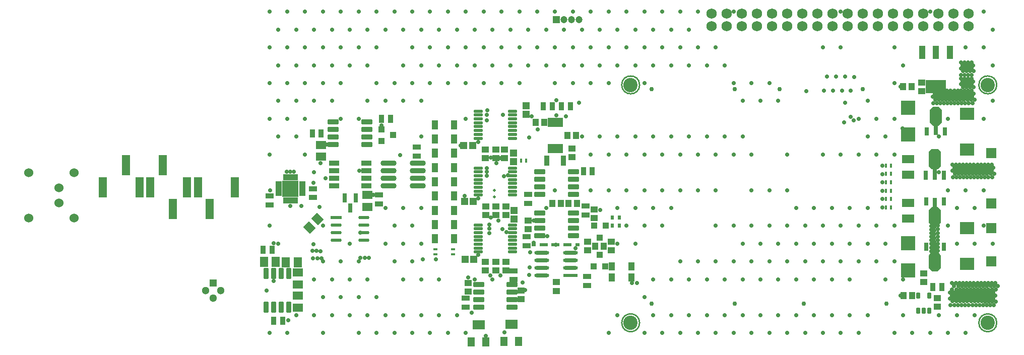
<source format=gbr>
%TF.GenerationSoftware,Altium Limited,Altium Designer,22.2.1 (43)*%
G04 Layer_Color=8388736*
%FSLAX45Y45*%
%MOMM*%
%TF.SameCoordinates,02F1B47A-F79C-4BE6-BEC0-26DF2024C161*%
%TF.FilePolarity,Negative*%
%TF.FileFunction,Soldermask,Top*%
%TF.Part,Single*%
G01*
G75*
%TA.AperFunction,NonConductor*%
%ADD11C,0.25400*%
%TA.AperFunction,SMDPad,CuDef*%
G04:AMPARAMS|DCode=12|XSize=1.5mm|YSize=0.45mm|CornerRadius=0.0495mm|HoleSize=0mm|Usage=FLASHONLY|Rotation=180.000|XOffset=0mm|YOffset=0mm|HoleType=Round|Shape=RoundedRectangle|*
%AMROUNDEDRECTD12*
21,1,1.50000,0.35100,0,0,180.0*
21,1,1.40100,0.45000,0,0,180.0*
1,1,0.09900,-0.70050,0.17550*
1,1,0.09900,0.70050,0.17550*
1,1,0.09900,0.70050,-0.17550*
1,1,0.09900,-0.70050,-0.17550*
%
%ADD12ROUNDEDRECTD12*%
G04:AMPARAMS|DCode=13|XSize=2.46916mm|YSize=0.62213mm|CornerRadius=0.31107mm|HoleSize=0mm|Usage=FLASHONLY|Rotation=180.000|XOffset=0mm|YOffset=0mm|HoleType=Round|Shape=RoundedRectangle|*
%AMROUNDEDRECTD13*
21,1,2.46916,0.00000,0,0,180.0*
21,1,1.84702,0.62213,0,0,180.0*
1,1,0.62213,-0.92351,0.00000*
1,1,0.62213,0.92351,0.00000*
1,1,0.62213,0.92351,0.00000*
1,1,0.62213,-0.92351,0.00000*
%
%ADD13ROUNDEDRECTD13*%
%ADD14R,2.46916X0.62213*%
%ADD15R,1.45000X3.50000*%
%ADD17R,1.30000X1.60000*%
%ADD18R,2.00000X1.60000*%
%ADD19R,0.95000X1.35000*%
%ADD22R,1.35000X0.95000*%
%ADD27R,2.13000X1.42000*%
%ADD31R,2.33000X1.99000*%
%ADD34R,0.35000X0.65000*%
%ADD38R,1.00000X1.50000*%
%ADD46R,0.95000X1.70000*%
%ADD48R,0.65000X0.35000*%
%ADD54R,1.87407X0.54213*%
G04:AMPARAMS|DCode=55|XSize=1.87407mm|YSize=0.54213mm|CornerRadius=0.27107mm|HoleSize=0mm|Usage=FLASHONLY|Rotation=0.000|XOffset=0mm|YOffset=0mm|HoleType=Round|Shape=RoundedRectangle|*
%AMROUNDEDRECTD55*
21,1,1.87407,0.00000,0,0,0.0*
21,1,1.33193,0.54213,0,0,0.0*
1,1,0.54213,0.66597,0.00000*
1,1,0.54213,-0.66597,0.00000*
1,1,0.54213,-0.66597,0.00000*
1,1,0.54213,0.66597,0.00000*
%
%ADD55ROUNDEDRECTD55*%
%TA.AperFunction,ComponentPad*%
%ADD71R,1.30000X1.30000*%
%ADD72C,1.30000*%
%TA.AperFunction,ViaPad*%
%ADD74C,0.50000*%
%TA.AperFunction,SMDPad,CuDef*%
%ADD88R,1.65320X1.40320*%
%TA.AperFunction,ComponentPad*%
%ADD89R,1.20320X1.20320*%
%ADD90C,1.20320*%
%TA.AperFunction,ViaPad*%
%ADD91C,1.72720*%
%TA.AperFunction,ComponentPad*%
%ADD92R,1.70320X1.70320*%
%ADD93C,2.40309*%
%ADD94C,0.75311*%
%ADD95C,1.52400*%
%TA.AperFunction,ViaPad*%
%ADD96C,0.70320*%
%TA.AperFunction,SMDPad,CuDef*%
%ADD101O,2.70320X0.90320*%
%ADD102R,1.25320X1.15320*%
%ADD103R,1.15320X1.25320*%
%ADD104R,1.25320X1.10320*%
%ADD105R,0.70320X1.40320*%
%ADD106R,0.70320X1.80320*%
G04:AMPARAMS|DCode=107|XSize=2.0032mm|YSize=3.2032mm|CornerRadius=0mm|HoleSize=0mm|Usage=FLASHONLY|Rotation=180.000|XOffset=0mm|YOffset=0mm|HoleType=Round|Shape=Octagon|*
%AMOCTAGOND107*
4,1,8,0.50080,-1.60160,-0.50080,-1.60160,-1.00160,-1.10080,-1.00160,1.10080,-0.50080,1.60160,0.50080,1.60160,1.00160,1.10080,1.00160,-1.10080,0.50080,-1.60160,0.0*
%
%ADD107OCTAGOND107*%

%ADD108R,0.80320X1.60320*%
%ADD109R,0.80320X2.00320*%
G04:AMPARAMS|DCode=110|XSize=2.1032mm|YSize=3.4032mm|CornerRadius=0mm|HoleSize=0mm|Usage=FLASHONLY|Rotation=180.000|XOffset=0mm|YOffset=0mm|HoleType=Round|Shape=Octagon|*
%AMOCTAGOND110*
4,1,8,0.52580,-1.70160,-0.52580,-1.70160,-1.05160,-1.17580,-1.05160,1.17580,-0.52580,1.70160,0.52580,1.70160,1.05160,1.17580,1.05160,-1.17580,0.52580,-1.70160,0.0*
%
%ADD110OCTAGOND110*%

G04:AMPARAMS|DCode=111|XSize=0.7532mm|YSize=1.0032mm|CornerRadius=0.1511mm|HoleSize=0mm|Usage=FLASHONLY|Rotation=180.000|XOffset=0mm|YOffset=0mm|HoleType=Round|Shape=RoundedRectangle|*
%AMROUNDEDRECTD111*
21,1,0.75320,0.70100,0,0,180.0*
21,1,0.45100,1.00320,0,0,180.0*
1,1,0.30220,-0.22550,0.35050*
1,1,0.30220,0.22550,0.35050*
1,1,0.30220,0.22550,-0.35050*
1,1,0.30220,-0.22550,-0.35050*
%
%ADD111ROUNDEDRECTD111*%
%ADD112R,2.35320X2.40320*%
G04:AMPARAMS|DCode=113|XSize=0.8532mm|YSize=1.8532mm|CornerRadius=0.15035mm|HoleSize=0mm|Usage=FLASHONLY|Rotation=270.000|XOffset=0mm|YOffset=0mm|HoleType=Round|Shape=RoundedRectangle|*
%AMROUNDEDRECTD113*
21,1,0.85320,1.55250,0,0,270.0*
21,1,0.55250,1.85320,0,0,270.0*
1,1,0.30070,-0.77625,-0.27625*
1,1,0.30070,-0.77625,0.27625*
1,1,0.30070,0.77625,0.27625*
1,1,0.30070,0.77625,-0.27625*
%
%ADD113ROUNDEDRECTD113*%
G04:AMPARAMS|DCode=114|XSize=1.6532mm|YSize=1.4032mm|CornerRadius=0mm|HoleSize=0mm|Usage=FLASHONLY|Rotation=135.000|XOffset=0mm|YOffset=0mm|HoleType=Round|Shape=Rectangle|*
%AMROTATEDRECTD114*
4,1,4,1.08060,-0.08839,0.08839,-1.08060,-1.08060,0.08839,-0.08839,1.08060,1.08060,-0.08839,0.0*
%
%ADD114ROTATEDRECTD114*%

%ADD115R,1.10320X1.25320*%
G04:AMPARAMS|DCode=116|XSize=0.8532mm|YSize=1.8532mm|CornerRadius=0.15035mm|HoleSize=0mm|Usage=FLASHONLY|Rotation=0.000|XOffset=0mm|YOffset=0mm|HoleType=Round|Shape=RoundedRectangle|*
%AMROUNDEDRECTD116*
21,1,0.85320,1.55250,0,0,0.0*
21,1,0.55250,1.85320,0,0,0.0*
1,1,0.30070,0.27625,-0.77625*
1,1,0.30070,-0.27625,-0.77625*
1,1,0.30070,-0.27625,0.77625*
1,1,0.30070,0.27625,0.77625*
%
%ADD116ROUNDEDRECTD116*%
%ADD117R,1.40320X1.65320*%
%ADD118R,0.60320X0.68320*%
%ADD119R,0.68320X0.60320*%
%ADD120R,1.00320X1.10320*%
%ADD121R,1.11320X1.42320*%
%ADD122R,0.50320X1.60320*%
%ADD123R,1.05320X0.50320*%
%ADD124R,0.50320X1.05320*%
%ADD125R,2.80320X2.80320*%
%ADD126R,1.10320X1.00320*%
%ADD127R,1.72820X0.85320*%
%ADD128R,0.80320X1.50320*%
%ADD129R,1.10320X2.30320*%
%ADD130R,3.40320X2.30320*%
D11*
X17720006Y8969985D02*
G03*
X17720006Y8969985I-150012J0D01*
G01*
X17720007Y12969978D02*
G03*
X17720007Y12969978I-150012J0D01*
G01*
X11720018D02*
G03*
X11720018Y12969978I-150012J0D01*
G01*
X11720018Y8969986D02*
G03*
X11720018Y8969986I-150012J0D01*
G01*
D12*
X9007593Y11116961D02*
D03*
Y11181961D02*
D03*
Y11246961D02*
D03*
Y11311961D02*
D03*
Y11376961D02*
D03*
Y11441961D02*
D03*
Y11506961D02*
D03*
Y11571961D02*
D03*
X9587593D02*
D03*
Y11506961D02*
D03*
Y11441961D02*
D03*
Y11376961D02*
D03*
Y11311961D02*
D03*
Y11246961D02*
D03*
Y11181961D02*
D03*
Y11116961D02*
D03*
Y12072818D02*
D03*
Y12137818D02*
D03*
Y12202818D02*
D03*
Y12267818D02*
D03*
Y12332818D02*
D03*
Y12397818D02*
D03*
Y12462818D02*
D03*
Y12527818D02*
D03*
X9007593D02*
D03*
Y12462818D02*
D03*
Y12397818D02*
D03*
Y12332818D02*
D03*
Y12267818D02*
D03*
Y12202818D02*
D03*
Y12137818D02*
D03*
Y12072818D02*
D03*
X9587593Y10161104D02*
D03*
Y10226104D02*
D03*
Y10291104D02*
D03*
Y10356104D02*
D03*
Y10421104D02*
D03*
Y10486104D02*
D03*
Y10551104D02*
D03*
Y10616104D02*
D03*
X9007593D02*
D03*
Y10551104D02*
D03*
Y10486104D02*
D03*
Y10421104D02*
D03*
Y10356104D02*
D03*
Y10291104D02*
D03*
Y10226104D02*
D03*
Y10161104D02*
D03*
D13*
X10077280Y9770000D02*
D03*
Y9897000D02*
D03*
Y10024000D02*
D03*
Y10151000D02*
D03*
X10560000D02*
D03*
Y10024000D02*
D03*
Y9897000D02*
D03*
D14*
Y9770000D02*
D03*
D15*
X3708100Y11620000D02*
D03*
X3088100D02*
D03*
X4498100Y10880000D02*
D03*
X3878100D02*
D03*
X3318100Y11250000D02*
D03*
X2698101D02*
D03*
X4118100D02*
D03*
X3498100D02*
D03*
X4918100Y11250000D02*
D03*
X4298100D02*
D03*
D17*
X8889544Y8650312D02*
D03*
X9139544D02*
D03*
X9438832Y8653151D02*
D03*
X9688832D02*
D03*
D18*
X9014544Y8940312D02*
D03*
X9563832Y8943151D02*
D03*
D19*
X10775000Y11520000D02*
D03*
X10925000D02*
D03*
X10555000Y12610000D02*
D03*
X10405000D02*
D03*
X10255000D02*
D03*
X10105000D02*
D03*
X5545000Y10200000D02*
D03*
X5395000D02*
D03*
X5575000Y9000000D02*
D03*
X5725000D02*
D03*
X16795000Y9571250D02*
D03*
X16645000D02*
D03*
X7385000Y12400000D02*
D03*
X7535000D02*
D03*
X6220000Y12150000D02*
D03*
X6370000D02*
D03*
D22*
X5500000Y10955000D02*
D03*
Y11105000D02*
D03*
X6234908Y11224191D02*
D03*
Y11074191D02*
D03*
X9850000Y10975000D02*
D03*
Y11125000D02*
D03*
X9820000Y10265000D02*
D03*
Y10415000D02*
D03*
X10810000Y10780000D02*
D03*
Y10930000D02*
D03*
X9600000Y9695000D02*
D03*
Y9845000D02*
D03*
X8800000Y9235000D02*
D03*
Y9385000D02*
D03*
X7980000Y11775000D02*
D03*
Y11925000D02*
D03*
X10840000Y9750000D02*
D03*
Y9600000D02*
D03*
X7341642Y10966623D02*
D03*
Y11116623D02*
D03*
D27*
X16231355Y10988582D02*
D03*
Y10718583D02*
D03*
X16230000Y11725000D02*
D03*
Y11455000D02*
D03*
D31*
X17223853Y12480500D02*
D03*
Y11878500D02*
D03*
Y9958123D02*
D03*
Y10560123D02*
D03*
D34*
X15942500Y10910000D02*
D03*
X15857500D02*
D03*
X15942500Y11050000D02*
D03*
X15857500D02*
D03*
X15945000Y11190000D02*
D03*
X15860001D02*
D03*
X15944238Y11331164D02*
D03*
X15859238D02*
D03*
X15944238Y11472366D02*
D03*
X15859238D02*
D03*
X15942500Y11610000D02*
D03*
X15857500D02*
D03*
X9727500Y11700000D02*
D03*
X9812500D02*
D03*
D38*
X8279281Y10860317D02*
D03*
X8599281D02*
D03*
X8279281Y10380317D02*
D03*
X8599281D02*
D03*
X8279281Y10620317D02*
D03*
X8599281D02*
D03*
X8279281Y11100317D02*
D03*
X8599281D02*
D03*
X8279281Y11340317D02*
D03*
X8599281D02*
D03*
X8279281Y11580317D02*
D03*
X8599281D02*
D03*
X8279281Y11820317D02*
D03*
X8599281D02*
D03*
X8279281Y12060317D02*
D03*
X8599281D02*
D03*
X8279281Y12300317D02*
D03*
X8599281D02*
D03*
D46*
X10440000Y11700000D02*
D03*
X10160000D02*
D03*
D48*
X8589280Y10207834D02*
D03*
Y10122834D02*
D03*
X8289281Y10122834D02*
D03*
Y10207834D02*
D03*
D54*
X6623814Y10739736D02*
D03*
D55*
Y10612736D02*
D03*
Y10485736D02*
D03*
Y10358736D02*
D03*
X7087027D02*
D03*
Y10485736D02*
D03*
Y10612736D02*
D03*
Y10739736D02*
D03*
D71*
X4557594Y9639189D02*
D03*
D72*
X4557594Y9385190D02*
D03*
X4684594Y9512190D02*
D03*
X4430594D02*
D03*
D74*
X9280000Y11085000D02*
D03*
Y11195000D02*
D03*
D88*
X5980318Y9424022D02*
D03*
X5980318Y9224022D02*
D03*
X5977473Y9817089D02*
D03*
Y9617089D02*
D03*
X7150000Y11120000D02*
D03*
Y10920000D02*
D03*
X6370000Y11960000D02*
D03*
Y11760000D02*
D03*
D89*
X10323917Y14070567D02*
D03*
D90*
X10450918D02*
D03*
X10577917D02*
D03*
X10704917D02*
D03*
D91*
X12930000Y14170000D02*
D03*
X17249995Y14170000D02*
D03*
X16995877Y14170000D02*
D03*
X16741760D02*
D03*
X16487643D02*
D03*
X16233525D02*
D03*
X15979408D02*
D03*
X15725291D02*
D03*
X15471173D02*
D03*
X15217056D02*
D03*
X14962939D02*
D03*
X14708821D02*
D03*
X14454704D02*
D03*
X14200587D02*
D03*
X13946469D02*
D03*
X13692352D02*
D03*
X13438234D02*
D03*
X13184117D02*
D03*
Y13960001D02*
D03*
X13438234D02*
D03*
X13692352D02*
D03*
X13946469D02*
D03*
X14200587D02*
D03*
X14454704D02*
D03*
X14708821D02*
D03*
X14962939D02*
D03*
X15217056D02*
D03*
X15471173D02*
D03*
X15725291D02*
D03*
X15979408D02*
D03*
X16233525D02*
D03*
X16487643D02*
D03*
X16741760D02*
D03*
X16995877D02*
D03*
X17249995Y13960001D02*
D03*
X12930000Y13960001D02*
D03*
D92*
X17630809Y11819500D02*
D03*
Y10977555D02*
D03*
Y10559001D02*
D03*
Y9999782D02*
D03*
D93*
X17569994Y12969978D02*
D03*
X17569994Y8969985D02*
D03*
X11570006Y8969986D02*
D03*
X11570005Y12969978D02*
D03*
D94*
X11924996Y9294978D02*
D03*
X13315012Y9294979D02*
D03*
X14475005D02*
D03*
X15865019D02*
D03*
X11924997Y12894997D02*
D03*
X13315012Y12894997D02*
D03*
X14075005Y12894997D02*
D03*
X15464993Y12894997D02*
D03*
D95*
X1968100Y11240000D02*
D03*
Y10986000D02*
D03*
X2222100Y11494000D02*
D03*
X1460100D02*
D03*
Y10732000D02*
D03*
X2222100D02*
D03*
D96*
X6701013Y10001012D02*
D03*
X6362559Y10175417D02*
D03*
X6243989Y10293987D02*
D03*
X5850000Y10930000D02*
D03*
X6374582Y10057441D02*
D03*
X6224582Y10177441D02*
D03*
X6399998Y9999997D02*
D03*
X6304583Y10057441D02*
D03*
X6294582Y10177441D02*
D03*
X6234582Y10057441D02*
D03*
X9750000Y9650000D02*
D03*
X9800000Y9520000D02*
D03*
X10749997Y13299995D02*
D03*
Y13899995D02*
D03*
X9509451Y11451740D02*
D03*
X9438466Y11434726D02*
D03*
X10701012Y12668988D02*
D03*
X10320000Y12460000D02*
D03*
X9220000Y11750000D02*
D03*
X9866008Y12083984D02*
D03*
X10599997Y12999995D02*
D03*
X7599998Y10599997D02*
D03*
X6399998D02*
D03*
X6040000Y10930000D02*
D03*
X5850000Y11510000D02*
D03*
X5790000D02*
D03*
X5880000Y11150000D02*
D03*
X6340000Y10920000D02*
D03*
X17499995Y14199995D02*
D03*
X17649995Y13899995D02*
D03*
X17499995Y13599995D02*
D03*
X17649995Y13299995D02*
D03*
Y12699996D02*
D03*
X17499995Y12399996D02*
D03*
Y11199997D02*
D03*
Y10599997D02*
D03*
X17649995Y10299997D02*
D03*
X17199995Y13599995D02*
D03*
Y11199997D02*
D03*
X17349995Y10899997D02*
D03*
Y10299997D02*
D03*
Y9099997D02*
D03*
X17199995Y8799997D02*
D03*
X16899995Y12399996D02*
D03*
Y11199997D02*
D03*
X17049995Y10899997D02*
D03*
X16899995Y10599997D02*
D03*
X17049995Y10299997D02*
D03*
Y9099997D02*
D03*
X16899995Y8799997D02*
D03*
X16599995Y14199995D02*
D03*
X16749995Y12099996D02*
D03*
Y11499997D02*
D03*
Y9099997D02*
D03*
X16599995Y8799997D02*
D03*
X16299995D02*
D03*
X15999995Y13599995D02*
D03*
X16149995Y13299995D02*
D03*
X15999995Y12999995D02*
D03*
Y12399996D02*
D03*
Y11799996D02*
D03*
Y10599997D02*
D03*
Y9999997D02*
D03*
X16149995Y9699997D02*
D03*
Y9099997D02*
D03*
X15999995Y8799997D02*
D03*
X15699995Y12399996D02*
D03*
X15849995Y12099996D02*
D03*
X15699995Y11799996D02*
D03*
Y10599997D02*
D03*
X15849995Y10299997D02*
D03*
X15699995Y9999997D02*
D03*
X15849995Y9699997D02*
D03*
X15549995Y12699996D02*
D03*
X15399995Y12399996D02*
D03*
X15549995Y12099996D02*
D03*
X15399995Y11799996D02*
D03*
X15549995Y10899997D02*
D03*
X15399995Y10599997D02*
D03*
X15549995Y10299997D02*
D03*
X15399995Y9999997D02*
D03*
X15549995Y9099997D02*
D03*
X15399995Y8799997D02*
D03*
X15099995Y14199995D02*
D03*
Y13599995D02*
D03*
Y11799996D02*
D03*
X15249995Y10899997D02*
D03*
X15099995Y10599997D02*
D03*
X15249995Y10299997D02*
D03*
X15099995Y9999997D02*
D03*
X15249995Y9699997D02*
D03*
Y9099997D02*
D03*
X15099995Y8799997D02*
D03*
X14799995Y13599995D02*
D03*
Y11799996D02*
D03*
X14949995Y10899997D02*
D03*
X14799995Y10599997D02*
D03*
X14949995Y10299997D02*
D03*
X14799995Y9999997D02*
D03*
X14949995Y9699997D02*
D03*
Y9099997D02*
D03*
X14799995Y8799997D02*
D03*
X14649995Y10899997D02*
D03*
X14499995Y10599997D02*
D03*
X14649995Y10299997D02*
D03*
X14499995Y9999997D02*
D03*
X14649995Y9699997D02*
D03*
Y9099997D02*
D03*
X14499995Y8799997D02*
D03*
X14199995Y11799996D02*
D03*
Y11199997D02*
D03*
X14349995Y10899997D02*
D03*
X14199995Y10599997D02*
D03*
X14349995Y10299997D02*
D03*
X14199995Y9999997D02*
D03*
X14349995Y9699997D02*
D03*
Y9099997D02*
D03*
X14199995Y8799997D02*
D03*
X13899995Y12999995D02*
D03*
X14049995Y12699996D02*
D03*
X13899995Y11199997D02*
D03*
Y10599997D02*
D03*
X14049995Y10299997D02*
D03*
X13899995Y9999997D02*
D03*
X14049995Y9699997D02*
D03*
Y9099997D02*
D03*
X13899995Y8799997D02*
D03*
X13599995Y12999995D02*
D03*
X13749995Y12699996D02*
D03*
X13599995Y11799996D02*
D03*
Y11199997D02*
D03*
Y10599997D02*
D03*
X13749995Y10299997D02*
D03*
X13599995Y9999997D02*
D03*
X13749995Y9699997D02*
D03*
Y9099997D02*
D03*
X13599995Y8799997D02*
D03*
X13299995Y14199995D02*
D03*
Y12999995D02*
D03*
X13449995Y12699996D02*
D03*
Y12099996D02*
D03*
X13299995Y11799996D02*
D03*
Y10599997D02*
D03*
X13449995Y10299997D02*
D03*
X13299995Y9999997D02*
D03*
X13449995Y9699997D02*
D03*
Y9099997D02*
D03*
X13299995Y8799997D02*
D03*
X12999995Y13599995D02*
D03*
X13149995Y13299995D02*
D03*
Y12099996D02*
D03*
X12999995Y11799996D02*
D03*
Y11199997D02*
D03*
Y10599997D02*
D03*
Y9999997D02*
D03*
X13149995Y9699997D02*
D03*
Y9099997D02*
D03*
X12999995Y8799997D02*
D03*
X12699996Y14199995D02*
D03*
Y13599995D02*
D03*
X12849995Y13299995D02*
D03*
Y12099996D02*
D03*
X12699996Y11799996D02*
D03*
Y11199997D02*
D03*
Y9999997D02*
D03*
X12849995Y9699997D02*
D03*
Y9099997D02*
D03*
X12699996Y8799997D02*
D03*
X12399996Y14199995D02*
D03*
X12549996Y13899995D02*
D03*
X12399996Y13599995D02*
D03*
X12549996Y13299995D02*
D03*
Y12099996D02*
D03*
X12399996Y11799996D02*
D03*
Y11199997D02*
D03*
Y9999997D02*
D03*
X12549996Y9699997D02*
D03*
Y9099997D02*
D03*
X12399996Y8799997D02*
D03*
X12099996Y14199995D02*
D03*
X12249996Y13899995D02*
D03*
X12099996Y13599995D02*
D03*
X12249996Y13299995D02*
D03*
Y12099996D02*
D03*
X12099996Y11799996D02*
D03*
Y11199997D02*
D03*
X12249996Y10899997D02*
D03*
X12099996Y10599997D02*
D03*
X12249996Y9699997D02*
D03*
Y9099997D02*
D03*
X12099996Y8799997D02*
D03*
X11799996Y14199995D02*
D03*
X11949996Y13899995D02*
D03*
X11799996Y13599995D02*
D03*
X11949996Y13299995D02*
D03*
X11799996Y12999995D02*
D03*
X11949996Y12099996D02*
D03*
X11799996Y11799996D02*
D03*
Y11199997D02*
D03*
X11949996Y10899997D02*
D03*
X11799996Y10599997D02*
D03*
X11949996Y9699997D02*
D03*
X11799996Y9399997D02*
D03*
X11949996Y9099997D02*
D03*
X11799996Y8799997D02*
D03*
X11499997Y14199995D02*
D03*
X11649997Y13899995D02*
D03*
X11499997Y13599995D02*
D03*
X11649997Y13299995D02*
D03*
Y12099996D02*
D03*
X11499997Y11799996D02*
D03*
Y11199997D02*
D03*
X11649997Y10899997D02*
D03*
X11499997Y10599997D02*
D03*
X11649997Y10299997D02*
D03*
X11199997Y14199995D02*
D03*
X11349997Y13899995D02*
D03*
X11199997Y13599995D02*
D03*
X11349997Y13299995D02*
D03*
X11199997Y12999995D02*
D03*
X11349997Y12099996D02*
D03*
X11199997Y11799996D02*
D03*
Y11199997D02*
D03*
X11349997Y10899997D02*
D03*
Y10299997D02*
D03*
Y9099997D02*
D03*
X11199997Y8799997D02*
D03*
X10899997Y14199995D02*
D03*
X11049997Y13899995D02*
D03*
X10899997Y13599995D02*
D03*
X11049997Y13299995D02*
D03*
X10899997Y12999995D02*
D03*
X11049997Y12099996D02*
D03*
X10899997Y11799996D02*
D03*
Y11199997D02*
D03*
X10599997Y14199995D02*
D03*
Y13599995D02*
D03*
X10749997Y12099996D02*
D03*
X10299997Y14199995D02*
D03*
X10449997Y13899995D02*
D03*
X10299997Y13599995D02*
D03*
X10449997Y13299995D02*
D03*
X10299997Y12999995D02*
D03*
Y11199997D02*
D03*
X9999997Y14199995D02*
D03*
X10149997Y13899995D02*
D03*
X9999997Y13599995D02*
D03*
X10149997Y13299995D02*
D03*
Y10899997D02*
D03*
X9699997Y14199995D02*
D03*
X9849997Y13899995D02*
D03*
X9699997Y13599995D02*
D03*
X9849997Y13299995D02*
D03*
X9699997Y12999995D02*
D03*
X9399997Y14199995D02*
D03*
X9549997Y13899995D02*
D03*
X9399997Y13599995D02*
D03*
X9549997Y13299995D02*
D03*
X9399997Y12999995D02*
D03*
X9099997Y14199995D02*
D03*
X9249997Y13899995D02*
D03*
X9099997Y13599995D02*
D03*
X9249997Y13299995D02*
D03*
X9099997Y12999995D02*
D03*
X9249997Y9699997D02*
D03*
X8799997Y14199995D02*
D03*
X8949997Y13899995D02*
D03*
X8799997Y13599995D02*
D03*
X8949997Y13299995D02*
D03*
X8799997Y12999995D02*
D03*
Y12399996D02*
D03*
X8949997Y9699997D02*
D03*
X8799997Y8799997D02*
D03*
X8499997Y14199995D02*
D03*
X8649997Y13899995D02*
D03*
X8499997Y13599995D02*
D03*
X8649997Y13299995D02*
D03*
X8499997Y12999995D02*
D03*
X8649997Y9099997D02*
D03*
X8499997Y8799997D02*
D03*
X8199998Y14199995D02*
D03*
X8349998Y13899995D02*
D03*
X8199998Y13599995D02*
D03*
X8349998Y13299995D02*
D03*
X8199998Y12999995D02*
D03*
X8349998Y9699997D02*
D03*
Y9099997D02*
D03*
X8199998Y8799997D02*
D03*
X7899998Y14199995D02*
D03*
X8049998Y13899995D02*
D03*
X7899998Y13599995D02*
D03*
X8049998Y13299995D02*
D03*
X7899998Y12999995D02*
D03*
X8049998Y12699996D02*
D03*
Y12099996D02*
D03*
Y10899997D02*
D03*
X7899998Y10599997D02*
D03*
X8049998Y10299997D02*
D03*
X7899998Y9999997D02*
D03*
X8049998Y9699997D02*
D03*
Y9099997D02*
D03*
X7899998Y8799997D02*
D03*
X7599998Y14199995D02*
D03*
X7749998Y13899995D02*
D03*
Y13299995D02*
D03*
X7599998Y12999995D02*
D03*
X7749998Y12699996D02*
D03*
Y10899997D02*
D03*
Y10299997D02*
D03*
X7599998Y9999997D02*
D03*
X7749998Y9699997D02*
D03*
Y9099997D02*
D03*
X7599998Y8799997D02*
D03*
X7299998Y14199995D02*
D03*
X7449998Y13899995D02*
D03*
X7299998Y13599995D02*
D03*
Y12999995D02*
D03*
X7449998Y12699996D02*
D03*
Y10899997D02*
D03*
Y10299997D02*
D03*
X7299998Y9399997D02*
D03*
X7449998Y9099997D02*
D03*
X7299998Y8799997D02*
D03*
X6999998Y14199995D02*
D03*
X7149998Y13899995D02*
D03*
X6999998Y13599995D02*
D03*
X7149998Y13299995D02*
D03*
Y12699996D02*
D03*
X6999998Y12399996D02*
D03*
Y9999997D02*
D03*
X7149998Y9699997D02*
D03*
X6999998Y9399997D02*
D03*
X7149998Y9099997D02*
D03*
X6999998Y8799997D02*
D03*
X6699998Y14199995D02*
D03*
X6849998Y13899995D02*
D03*
X6699998Y13599995D02*
D03*
X6849998Y13299995D02*
D03*
X6699998Y12999995D02*
D03*
Y12399996D02*
D03*
X6849998Y10299997D02*
D03*
Y9699997D02*
D03*
X6699998Y9399997D02*
D03*
X6849998Y9099997D02*
D03*
X6399998Y14199995D02*
D03*
X6549998Y13899995D02*
D03*
X6399998Y13599995D02*
D03*
X6549998Y13299995D02*
D03*
X6399998Y12999995D02*
D03*
X6549998Y12699996D02*
D03*
Y9699997D02*
D03*
X6399998Y9399997D02*
D03*
X6549998Y9099997D02*
D03*
X6399998Y8799997D02*
D03*
X6099998Y14199995D02*
D03*
X6249998Y13899995D02*
D03*
X6099998Y13599995D02*
D03*
X6249998Y13299995D02*
D03*
X6099998Y12999995D02*
D03*
X6249998Y12699996D02*
D03*
X6099998Y12399996D02*
D03*
Y11799996D02*
D03*
X6249998Y11499997D02*
D03*
Y9699997D02*
D03*
Y9099997D02*
D03*
X5799998Y14199995D02*
D03*
X5949998Y13899995D02*
D03*
X5799998Y13599995D02*
D03*
X5949998Y13299995D02*
D03*
X5799998Y12999995D02*
D03*
X5949998Y12699996D02*
D03*
X5799998Y12399996D02*
D03*
X5949998Y12099996D02*
D03*
Y9099997D02*
D03*
X5799998Y8799997D02*
D03*
X5499998Y14199995D02*
D03*
X5649998Y13899995D02*
D03*
X5499998Y13599995D02*
D03*
X5649998Y13299995D02*
D03*
X5499998Y12999995D02*
D03*
X5649998Y12699996D02*
D03*
X5499998Y12399996D02*
D03*
X5649998Y12099996D02*
D03*
X5499998Y11799996D02*
D03*
Y10599997D02*
D03*
X5649998Y10299997D02*
D03*
X5499998Y8799997D02*
D03*
X10320000Y12710000D02*
D03*
X9152012Y12470012D02*
D03*
X9162505Y12544907D02*
D03*
X7385000Y12292500D02*
D03*
X9195700Y10550000D02*
D03*
Y10478685D02*
D03*
X9479935Y10498000D02*
D03*
X10170000Y10430000D02*
D03*
X5510000Y11200000D02*
D03*
X6240000Y11320000D02*
D03*
X10480000Y12440000D02*
D03*
X5912513Y11510679D02*
D03*
X9384300Y11740000D02*
D03*
X9910000Y12440000D02*
D03*
X9420417Y12462638D02*
D03*
X9310000Y11650000D02*
D03*
X6440000Y11400000D02*
D03*
X7025947Y10486686D02*
D03*
X6360000Y11650000D02*
D03*
X7030000Y10060000D02*
D03*
X7170000D02*
D03*
X7100000D02*
D03*
X7695700Y11790000D02*
D03*
X14870000Y13110001D02*
D03*
X15325700Y13104300D02*
D03*
X15267654Y12872346D02*
D03*
X15152315Y12337685D02*
D03*
X11590000Y9640000D02*
D03*
X11680000D02*
D03*
X15800000Y10910000D02*
D03*
Y11050000D02*
D03*
Y11190000D02*
D03*
X8900000Y9140000D02*
D03*
X8779122Y11106636D02*
D03*
X8710000Y11950000D02*
D03*
X9010000Y10109371D02*
D03*
X9220000Y10740000D02*
D03*
X8300000Y10040000D02*
D03*
X8080000Y10040000D02*
D03*
X7010000Y11530000D02*
D03*
X5450000Y9510000D02*
D03*
X5574905Y9669434D02*
D03*
X9450000Y8808000D02*
D03*
X9140000Y8750000D02*
D03*
X5814237Y9014237D02*
D03*
X9380000Y9770000D02*
D03*
X9210000D02*
D03*
X9350000Y10690000D02*
D03*
X8840000Y9730000D02*
D03*
X9940000Y10690000D02*
D03*
X16139999Y12240000D02*
D03*
X16100000Y12939999D02*
D03*
Y9430000D02*
D03*
X11060000Y10870000D02*
D03*
X10310000Y10280000D02*
D03*
X9940000Y10320000D02*
D03*
X16150000Y10390000D02*
D03*
Y10330000D02*
D03*
Y10270000D02*
D03*
X5570000Y10307500D02*
D03*
X15800000Y11330000D02*
D03*
Y11470000D02*
D03*
Y11610000D02*
D03*
X6470000Y11970000D02*
D03*
X7250000Y11120000D02*
D03*
X16730000Y10110000D02*
D03*
Y10180000D02*
D03*
Y10240000D02*
D03*
Y10300000D02*
D03*
X16730305Y10360801D02*
D03*
Y10420801D02*
D03*
Y10480801D02*
D03*
Y10540801D02*
D03*
Y10600801D02*
D03*
X16669843Y10635888D02*
D03*
Y10575888D02*
D03*
Y10515888D02*
D03*
Y10455888D02*
D03*
Y10395888D02*
D03*
X16669537Y10335087D02*
D03*
Y10275087D02*
D03*
Y10215087D02*
D03*
Y10145087D02*
D03*
X16619843Y10595888D02*
D03*
Y10535888D02*
D03*
Y10475888D02*
D03*
Y10415888D02*
D03*
Y10355888D02*
D03*
X16619537Y10295087D02*
D03*
Y10235087D02*
D03*
Y10175087D02*
D03*
Y10105087D02*
D03*
X16620511Y10655954D02*
D03*
Y10715954D02*
D03*
Y10775954D02*
D03*
Y10835954D02*
D03*
X16670511Y10695954D02*
D03*
Y10755954D02*
D03*
Y10815954D02*
D03*
Y10875954D02*
D03*
X16730974Y10840867D02*
D03*
Y10780867D02*
D03*
Y10720867D02*
D03*
Y10660867D02*
D03*
X16970000Y9530000D02*
D03*
X17039999D02*
D03*
X17100000D02*
D03*
X17160001D02*
D03*
X17220801Y9529695D02*
D03*
X17280801D02*
D03*
X17340800D02*
D03*
X17400801D02*
D03*
X17460802D02*
D03*
X17495888Y9590157D02*
D03*
X17435889D02*
D03*
X17375888D02*
D03*
X17315887D02*
D03*
X17255888D02*
D03*
X17195087Y9590463D02*
D03*
X17135088D02*
D03*
X17075087D02*
D03*
X17005087D02*
D03*
X17455888Y9640157D02*
D03*
X17395888D02*
D03*
X17335889D02*
D03*
X17275888D02*
D03*
X17215887D02*
D03*
X17155087Y9640463D02*
D03*
X17095087D02*
D03*
X17035088D02*
D03*
X16965086D02*
D03*
X17515955Y9639489D02*
D03*
X17575954D02*
D03*
X17635954D02*
D03*
X17695953D02*
D03*
X17555954Y9589489D02*
D03*
X17615955D02*
D03*
X17675954D02*
D03*
X17735954D02*
D03*
X17700867Y9529026D02*
D03*
X17640868D02*
D03*
X17580867D02*
D03*
X17520866D02*
D03*
X16650867Y12659026D02*
D03*
X16710867D02*
D03*
X16770866D02*
D03*
X16830867D02*
D03*
X16865955Y12719489D02*
D03*
X16805954D02*
D03*
X16745953D02*
D03*
X16685954D02*
D03*
X16825954Y12769489D02*
D03*
X16765955D02*
D03*
X16705954D02*
D03*
X16645953D02*
D03*
X16855954Y12819489D02*
D03*
X16795953D02*
D03*
X16735954D02*
D03*
X16675954D02*
D03*
X16825954Y12869489D02*
D03*
X16765955D02*
D03*
X16705954D02*
D03*
X16645953D02*
D03*
X16890868Y12659026D02*
D03*
X16950867D02*
D03*
X17010867D02*
D03*
X17070866D02*
D03*
X17105954Y12719489D02*
D03*
X17045953D02*
D03*
X16985954D02*
D03*
X16925954D02*
D03*
X17065955Y12769489D02*
D03*
X17005954D02*
D03*
X16945953D02*
D03*
X16885954D02*
D03*
X17095953Y12819489D02*
D03*
X17035954D02*
D03*
X16975954D02*
D03*
X16915955D02*
D03*
X17065955Y12869489D02*
D03*
X17005954D02*
D03*
X16945953D02*
D03*
X16885954D02*
D03*
X17130867Y12659026D02*
D03*
X17190868D02*
D03*
X17250867D02*
D03*
X17310867D02*
D03*
X17345953Y12719489D02*
D03*
X17285954D02*
D03*
X17225954D02*
D03*
X17165955D02*
D03*
X17305954Y12769489D02*
D03*
X17245953D02*
D03*
X17185954D02*
D03*
X17125954D02*
D03*
X17335954Y12819489D02*
D03*
X17275954D02*
D03*
X17215955D02*
D03*
X17155954D02*
D03*
X17120866Y12869026D02*
D03*
X17180867D02*
D03*
X17240868D02*
D03*
X17300867D02*
D03*
X17335954Y12929489D02*
D03*
X17275954D02*
D03*
X17215955D02*
D03*
X17155954D02*
D03*
X17295953Y12979489D02*
D03*
X17235954D02*
D03*
X17175954D02*
D03*
X17115955D02*
D03*
X17325954Y13029489D02*
D03*
X17265955D02*
D03*
X17205954D02*
D03*
X17145953D02*
D03*
X17295953Y13079489D02*
D03*
X17235954D02*
D03*
X17175954D02*
D03*
X17115955D02*
D03*
X17120866Y13139026D02*
D03*
X17180867D02*
D03*
X17240868D02*
D03*
X17300867D02*
D03*
X17335954Y13199489D02*
D03*
X17275954D02*
D03*
X17215955D02*
D03*
X17155954D02*
D03*
X17295953Y13249489D02*
D03*
X17235954D02*
D03*
X17175954D02*
D03*
X17115955D02*
D03*
X17325954Y13299489D02*
D03*
X17265955D02*
D03*
X17205954D02*
D03*
X17145953D02*
D03*
X17295953Y13349489D02*
D03*
X17235954D02*
D03*
X17175954D02*
D03*
X17115955D02*
D03*
X17460867Y11419026D02*
D03*
X17520866D02*
D03*
X17580867D02*
D03*
X17640868D02*
D03*
X17675954Y11479489D02*
D03*
X17615955D02*
D03*
X17555954D02*
D03*
X17495953D02*
D03*
X17635954Y11529489D02*
D03*
X17575954D02*
D03*
X17515955D02*
D03*
X17455954D02*
D03*
X17665955Y11579489D02*
D03*
X17605954D02*
D03*
X17545953D02*
D03*
X17485954D02*
D03*
X17635954Y11629489D02*
D03*
X17575954D02*
D03*
X17515955D02*
D03*
X17455954D02*
D03*
X17220866Y11419026D02*
D03*
X17280867D02*
D03*
X17340868D02*
D03*
X17400867D02*
D03*
X17435954Y11479489D02*
D03*
X17375954D02*
D03*
X17315955D02*
D03*
X17255954D02*
D03*
X17395953Y11529489D02*
D03*
X17335954D02*
D03*
X17275954D02*
D03*
X17215955D02*
D03*
X17425954Y11579489D02*
D03*
X17365955D02*
D03*
X17305954D02*
D03*
X17245953D02*
D03*
X17395953Y11629489D02*
D03*
X17335954D02*
D03*
X17275954D02*
D03*
X17215955D02*
D03*
X16980867Y11419026D02*
D03*
X17040868D02*
D03*
X17100867D02*
D03*
X17160867D02*
D03*
X17195953Y11479489D02*
D03*
X17135954D02*
D03*
X17075954D02*
D03*
X17015955D02*
D03*
X17155954Y11529489D02*
D03*
X17095953D02*
D03*
X17035954D02*
D03*
X16975954D02*
D03*
X17185954Y11579489D02*
D03*
X17125954D02*
D03*
X17065955D02*
D03*
X17005954D02*
D03*
X17155954Y11629489D02*
D03*
X17095953D02*
D03*
X17035954D02*
D03*
X16975954D02*
D03*
X17490868Y9269026D02*
D03*
X17550867D02*
D03*
X17610867D02*
D03*
X17670866D02*
D03*
X17705954Y9329489D02*
D03*
X17645953D02*
D03*
X17585954D02*
D03*
X17525954D02*
D03*
X17665955Y9379489D02*
D03*
X17605954D02*
D03*
X17545953D02*
D03*
X17485954D02*
D03*
X17695953Y9429489D02*
D03*
X17635954D02*
D03*
X17575954D02*
D03*
X17515955D02*
D03*
X17665955Y9479489D02*
D03*
X17605954D02*
D03*
X17545953D02*
D03*
X17485954D02*
D03*
X16935088Y9480463D02*
D03*
X17005087D02*
D03*
X17065086D02*
D03*
X17125087D02*
D03*
X17185889Y9480157D02*
D03*
X17245888D02*
D03*
X17305888D02*
D03*
X17365887D02*
D03*
X17425888D02*
D03*
X16965086Y9430463D02*
D03*
X17035088D02*
D03*
X17095087D02*
D03*
X17155087D02*
D03*
X17215887Y9430157D02*
D03*
X17275888D02*
D03*
X17335889D02*
D03*
X17395888D02*
D03*
X17455888D02*
D03*
X16935088Y9380463D02*
D03*
X17005087D02*
D03*
X17065086D02*
D03*
X17125087D02*
D03*
X17185889Y9380157D02*
D03*
X17245888D02*
D03*
X17305888D02*
D03*
X17365887D02*
D03*
X17425888D02*
D03*
X16975087Y9330463D02*
D03*
X17045087D02*
D03*
X17105087D02*
D03*
X17165086D02*
D03*
X17225888Y9330157D02*
D03*
X17285889D02*
D03*
X17345888D02*
D03*
X17405888D02*
D03*
X17465887D02*
D03*
X17430801Y9269695D02*
D03*
X17370801D02*
D03*
X17310802D02*
D03*
X17250801D02*
D03*
X17190800D02*
D03*
X17130000Y9270000D02*
D03*
X17070000D02*
D03*
X17010001D02*
D03*
X16939999D02*
D03*
X9880000Y10155700D02*
D03*
X10640000Y10220000D02*
D03*
X9867203Y9771433D02*
D03*
X9870000Y9900000D02*
D03*
X15320000Y12370000D02*
D03*
X14522314Y12867685D02*
D03*
X15020000Y13110001D02*
D03*
X15170000D02*
D03*
X14820000Y12870000D02*
D03*
X14970000D02*
D03*
X15120000D02*
D03*
X9195700Y10620000D02*
D03*
X9150000Y12376600D02*
D03*
X15170000Y12670000D02*
D03*
X9415874Y10548570D02*
D03*
X9150136Y11506379D02*
D03*
X9150000Y11570000D02*
D03*
X15270000Y12430000D02*
D03*
X10010000Y12220000D02*
D03*
X9150000Y11440000D02*
D03*
X9010000Y12010000D02*
D03*
Y11059686D02*
D03*
D101*
X7990410Y11275391D02*
D03*
Y11402391D02*
D03*
Y11529391D02*
D03*
Y11656391D02*
D03*
X7500410Y11275391D02*
D03*
Y11402391D02*
D03*
Y11529391D02*
D03*
Y11656391D02*
D03*
D102*
X9810000Y12622500D02*
D03*
Y12477500D02*
D03*
X9610000Y10860000D02*
D03*
Y10715000D02*
D03*
X9600000Y11822500D02*
D03*
Y11677500D02*
D03*
D103*
X8912500Y11950000D02*
D03*
X8767500D02*
D03*
X8922500Y11010000D02*
D03*
X8777500D02*
D03*
X8789998Y10035000D02*
D03*
X8934998D02*
D03*
D104*
X16720000Y9382500D02*
D03*
Y9237500D02*
D03*
X16460001Y12867500D02*
D03*
Y13012500D02*
D03*
X16489999Y9800000D02*
D03*
Y9654999D02*
D03*
X9730000Y9367500D02*
D03*
Y9512500D02*
D03*
X8840000Y9494999D02*
D03*
Y9640000D02*
D03*
X9850000Y10692500D02*
D03*
Y10547500D02*
D03*
X10320000Y9652500D02*
D03*
Y9507500D02*
D03*
X10847938Y10187394D02*
D03*
Y10332394D02*
D03*
X11242243Y10185056D02*
D03*
Y10330057D02*
D03*
X10960000Y10727500D02*
D03*
Y10872500D02*
D03*
X10580000Y11902500D02*
D03*
Y11757500D02*
D03*
X9450000Y11737500D02*
D03*
Y11882500D02*
D03*
X9301351Y11741212D02*
D03*
Y11886212D02*
D03*
X9131351Y11741211D02*
D03*
Y11886211D02*
D03*
X9138325Y10781494D02*
D03*
X9138325Y10926494D02*
D03*
X9474054Y10778923D02*
D03*
Y10923923D02*
D03*
X9303375Y10778923D02*
D03*
Y10923923D02*
D03*
X9474114Y9846909D02*
D03*
Y9991909D02*
D03*
X9301351Y9846909D02*
D03*
Y9991909D02*
D03*
X9131351Y9846909D02*
D03*
Y9991910D02*
D03*
D105*
X16545000Y12189999D02*
D03*
X16845000Y12189999D02*
D03*
X16832500Y10248624D02*
D03*
X16532500D02*
D03*
X16532500Y11009082D02*
D03*
X16832500D02*
D03*
D106*
X16695000Y12209999D02*
D03*
X16682500Y10228623D02*
D03*
Y10989082D02*
D03*
D107*
X16695000Y12439999D02*
D03*
X16682500Y9998624D02*
D03*
Y10759082D02*
D03*
D108*
X16530000Y11454541D02*
D03*
X16830000D02*
D03*
D109*
X16680000Y11474541D02*
D03*
D110*
Y11724541D02*
D03*
D111*
X16400000Y9430000D02*
D03*
X16589999D02*
D03*
X16589999Y9175000D02*
D03*
X16495000D02*
D03*
X16400000D02*
D03*
D112*
X16231355Y10306124D02*
D03*
Y9851123D02*
D03*
X16230771Y12132500D02*
D03*
Y12587500D02*
D03*
D113*
X9579526Y9230972D02*
D03*
X9579526Y9357972D02*
D03*
Y9484972D02*
D03*
Y9611972D02*
D03*
X9014527Y9230972D02*
D03*
Y9357972D02*
D03*
Y9484972D02*
D03*
Y9611972D02*
D03*
X10042039Y10817319D02*
D03*
Y10690319D02*
D03*
Y10563319D02*
D03*
Y10436319D02*
D03*
X10607039Y10817319D02*
D03*
Y10690319D02*
D03*
Y10563319D02*
D03*
Y10436319D02*
D03*
X10042039Y11510817D02*
D03*
Y11383817D02*
D03*
Y11256817D02*
D03*
Y11129817D02*
D03*
X10607039Y11510817D02*
D03*
Y11383817D02*
D03*
Y11256817D02*
D03*
Y11129817D02*
D03*
X6574490Y12346905D02*
D03*
Y12219905D02*
D03*
Y12092905D02*
D03*
Y11965905D02*
D03*
X7139489Y12346905D02*
D03*
Y12219905D02*
D03*
Y12092905D02*
D03*
Y11965905D02*
D03*
D114*
X6168579Y10568579D02*
D03*
X6310000Y10710000D02*
D03*
D115*
X16292500Y12939999D02*
D03*
X16147501D02*
D03*
X16302499Y9430000D02*
D03*
X16157500D02*
D03*
X11115000Y10260000D02*
D03*
X10970000D02*
D03*
X10526426Y10978891D02*
D03*
X10671427D02*
D03*
X10250000Y10980000D02*
D03*
X10395000D02*
D03*
X10507499Y12120000D02*
D03*
X10652500D02*
D03*
X9975000Y12340000D02*
D03*
X10120000D02*
D03*
D116*
X5828473Y9797089D02*
D03*
X5701473Y9797089D02*
D03*
X5574473D02*
D03*
X5447473Y9797089D02*
D03*
X5828474Y9232089D02*
D03*
X5701473Y9232089D02*
D03*
X5574473D02*
D03*
X5447473D02*
D03*
D117*
X5777547Y9989610D02*
D03*
X5977547Y9989611D02*
D03*
X5606997Y9991431D02*
D03*
X5406997D02*
D03*
D118*
X11260000Y10604000D02*
D03*
Y10736000D02*
D03*
X11376723Y10737270D02*
D03*
Y10605269D02*
D03*
D119*
X10072001Y10280000D02*
D03*
X9940000D02*
D03*
X10272000Y10280000D02*
D03*
X10140000Y10280000D02*
D03*
X10472000D02*
D03*
X10340000D02*
D03*
X10676000Y10280000D02*
D03*
X10544000Y10280000D02*
D03*
D120*
X11046500Y10115456D02*
D03*
X11141500Y9915456D02*
D03*
X10951499D02*
D03*
X11052500Y10400000D02*
D03*
X10957501Y10600000D02*
D03*
X11147500D02*
D03*
D121*
X11583500Y9730000D02*
D03*
X11256500D02*
D03*
Y9920000D02*
D03*
X11583500D02*
D03*
D122*
X10202500Y11902189D02*
D03*
X10252500Y11902189D02*
D03*
X10302500D02*
D03*
X10352499D02*
D03*
X10402500Y11902189D02*
D03*
Y12342189D02*
D03*
X10352500D02*
D03*
X10302500D02*
D03*
X10252500D02*
D03*
X10202500D02*
D03*
D123*
X5659958Y11325124D02*
D03*
Y11275123D02*
D03*
Y11225124D02*
D03*
Y11175124D02*
D03*
Y11125124D02*
D03*
X6049958D02*
D03*
Y11175124D02*
D03*
Y11225124D02*
D03*
Y11275123D02*
D03*
Y11325124D02*
D03*
D124*
X5754958Y11030123D02*
D03*
X5804958D02*
D03*
X5854958D02*
D03*
X5904958D02*
D03*
X5954958D02*
D03*
Y11420124D02*
D03*
X5904958D02*
D03*
X5854958D02*
D03*
X5804958D02*
D03*
X5754958D02*
D03*
D125*
X5854958Y11225124D02*
D03*
D126*
X7580410Y12123818D02*
D03*
X7380410Y12028818D02*
D03*
Y12218818D02*
D03*
D127*
X7128190Y11656391D02*
D03*
Y11529391D02*
D03*
Y11402391D02*
D03*
Y11275391D02*
D03*
X6585789D02*
D03*
Y11402391D02*
D03*
Y11529391D02*
D03*
Y11656391D02*
D03*
D128*
X6856990Y10902321D02*
D03*
X6761990Y11072321D02*
D03*
X6951990D02*
D03*
D129*
X16930000Y13514999D02*
D03*
X16700000D02*
D03*
X16470000D02*
D03*
D130*
X16700000Y12945000D02*
D03*
%TF.MD5,00c8c85f99824249a67c5d4aa3b34e49*%
M02*

</source>
